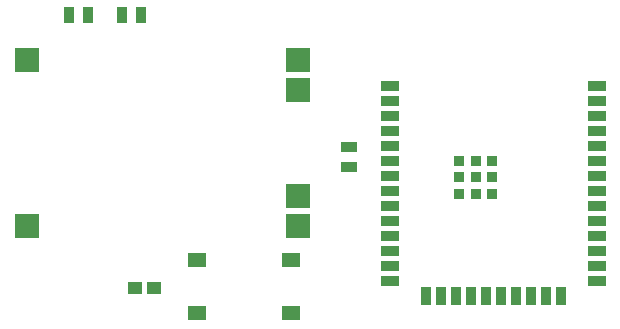
<source format=gtp>
G04*
G04 #@! TF.GenerationSoftware,Altium Limited,Altium Designer,23.4.1 (23)*
G04*
G04 Layer_Color=8421504*
%FSLAX44Y44*%
%MOMM*%
G71*
G04*
G04 #@! TF.SameCoordinates,0DB361A5-78C8-4FEA-9A46-C3B996989F44*
G04*
G04*
G04 #@! TF.FilePolarity,Positive*
G04*
G01*
G75*
%ADD14R,1.5500X1.3000*%
%ADD15R,2.0000X2.0000*%
%ADD16R,1.3500X0.8500*%
%ADD17R,0.9000X0.9000*%
%ADD18R,1.5000X0.9000*%
%ADD19R,0.9000X1.5000*%
%ADD20R,0.8500X1.3500*%
%ADD21R,1.2084X1.0121*%
D14*
X171070Y59330D02*
D03*
X250570D02*
D03*
X171070Y14330D02*
D03*
X250570D02*
D03*
D15*
X256540Y114043D02*
D03*
X26540Y228643D02*
D03*
Y88643D02*
D03*
X256540Y228643D02*
D03*
Y203242D02*
D03*
Y88643D02*
D03*
D16*
X299720Y138430D02*
D03*
Y154930D02*
D03*
D17*
X420770Y143810D02*
D03*
Y129810D02*
D03*
Y115810D02*
D03*
X392770D02*
D03*
Y129810D02*
D03*
Y143810D02*
D03*
X406770Y115810D02*
D03*
Y129810D02*
D03*
Y143810D02*
D03*
D18*
X509270Y207010D02*
D03*
Y194310D02*
D03*
Y181610D02*
D03*
Y168910D02*
D03*
Y156210D02*
D03*
Y143510D02*
D03*
Y130810D02*
D03*
Y118110D02*
D03*
Y105410D02*
D03*
Y92710D02*
D03*
Y80010D02*
D03*
Y67310D02*
D03*
Y54610D02*
D03*
Y41910D02*
D03*
X334270D02*
D03*
Y54610D02*
D03*
Y67310D02*
D03*
Y80010D02*
D03*
Y92710D02*
D03*
Y105410D02*
D03*
Y118110D02*
D03*
Y130810D02*
D03*
Y143510D02*
D03*
Y156210D02*
D03*
Y168910D02*
D03*
Y181610D02*
D03*
Y194310D02*
D03*
Y207010D02*
D03*
D19*
X478920Y29410D02*
D03*
X466220D02*
D03*
X453520D02*
D03*
X440820D02*
D03*
X428120D02*
D03*
X415420D02*
D03*
X402720D02*
D03*
X390020D02*
D03*
X377320D02*
D03*
X364620D02*
D03*
D20*
X107320Y266700D02*
D03*
X123820D02*
D03*
X62230D02*
D03*
X78730D02*
D03*
D21*
X134147Y35560D02*
D03*
X118110D02*
D03*
M02*

</source>
